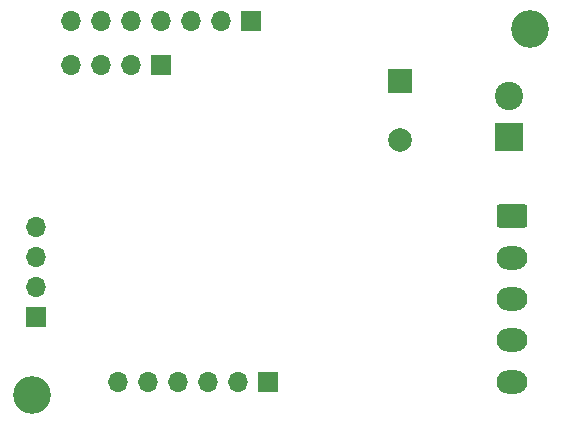
<source format=gbs>
%TF.GenerationSoftware,KiCad,Pcbnew,5.99.0-unknown-70e6d0e79f~115~ubuntu20.04.1*%
%TF.CreationDate,2021-02-02T09:13:17-08:00*%
%TF.ProjectId,T12_Control,5431325f-436f-46e7-9472-6f6c2e6b6963,rev?*%
%TF.SameCoordinates,PXba85060PY68290a0*%
%TF.FileFunction,Soldermask,Bot*%
%TF.FilePolarity,Negative*%
%FSLAX46Y46*%
G04 Gerber Fmt 4.6, Leading zero omitted, Abs format (unit mm)*
G04 Created by KiCad (PCBNEW 5.99.0-unknown-70e6d0e79f~115~ubuntu20.04.1) date 2021-02-02 09:13:17*
%MOMM*%
%LPD*%
G01*
G04 APERTURE LIST*
G04 Aperture macros list*
%AMRoundRect*
0 Rectangle with rounded corners*
0 $1 Rounding radius*
0 $2 $3 $4 $5 $6 $7 $8 $9 X,Y pos of 4 corners*
0 Add a 4 corners polygon primitive as box body*
4,1,4,$2,$3,$4,$5,$6,$7,$8,$9,$2,$3,0*
0 Add four circle primitives for the rounded corners*
1,1,$1+$1,$2,$3*
1,1,$1+$1,$4,$5*
1,1,$1+$1,$6,$7*
1,1,$1+$1,$8,$9*
0 Add four rect primitives between the rounded corners*
20,1,$1+$1,$2,$3,$4,$5,0*
20,1,$1+$1,$4,$5,$6,$7,0*
20,1,$1+$1,$6,$7,$8,$9,0*
20,1,$1+$1,$8,$9,$2,$3,0*%
G04 Aperture macros list end*
%ADD10R,1.700000X1.700000*%
%ADD11O,1.700000X1.700000*%
%ADD12R,2.400000X2.400000*%
%ADD13C,2.400000*%
%ADD14C,3.200000*%
%ADD15RoundRect,0.250000X-1.050000X0.750000X-1.050000X-0.750000X1.050000X-0.750000X1.050000X0.750000X0*%
%ADD16O,2.600000X2.000000*%
%ADD17R,2.000000X2.000000*%
%ADD18C,2.000000*%
G04 APERTURE END LIST*
D10*
%TO.C,J5*%
X23512722Y4647271D03*
D11*
X20972722Y4647271D03*
X18432722Y4647271D03*
X15892722Y4647271D03*
X13352722Y4647271D03*
X10812722Y4647271D03*
%TD*%
D10*
%TO.C,J6*%
X3843130Y10160000D03*
D11*
X3843130Y12700000D03*
X3843130Y15240000D03*
X3843130Y17780000D03*
%TD*%
D12*
%TO.C,J1*%
X43942000Y25400000D03*
D13*
X43942000Y28900000D03*
%TD*%
D14*
%TO.C,H2*%
X45720000Y34544000D03*
%TD*%
%TO.C,H1*%
X3556000Y3556000D03*
%TD*%
D15*
%TO.C,J2*%
X44196000Y18684000D03*
D16*
X44196000Y15184000D03*
X44196000Y11684000D03*
X44196000Y8184000D03*
X44196000Y4684000D03*
%TD*%
D10*
%TO.C,J4*%
X14479162Y31488285D03*
D11*
X11939162Y31488285D03*
X9399162Y31488285D03*
X6859162Y31488285D03*
%TD*%
D10*
%TO.C,J3*%
X22063440Y35210654D03*
D11*
X19523440Y35210654D03*
X16983440Y35210654D03*
X14443440Y35210654D03*
X11903440Y35210654D03*
X9363440Y35210654D03*
X6823440Y35210654D03*
%TD*%
D17*
%TO.C,C12*%
X34720000Y30170000D03*
D18*
X34720000Y25170000D03*
%TD*%
M02*

</source>
